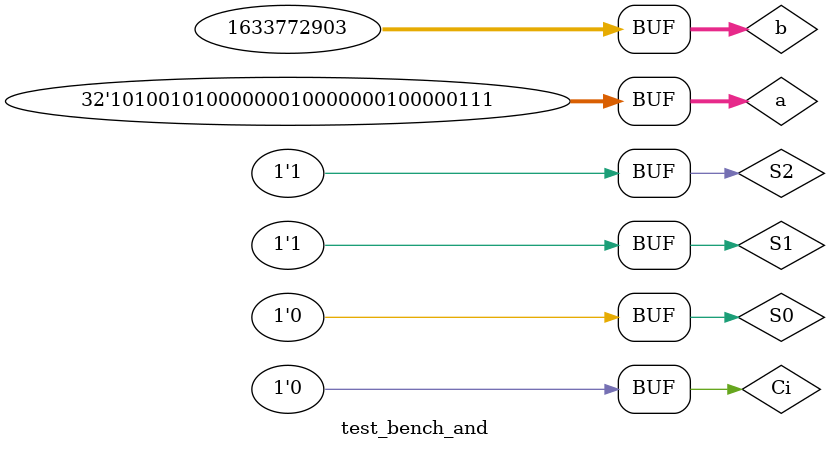
<source format=v>
`define DELAY 20
module test_bench_and();
reg [31:0]a,b; 
reg S0,S1,S2,Ci;
wire [31:0]F;
wire Co;
alu_32_bit ahmet (a, b,S0,S1,S2,Ci,F,Co);

initial begin
a = 32'b00000001000000010000000100000001; b = 32'b01100001011000010110000101100001; Ci=1'b0;  S0 = 1'b0; S1 = 1'b1; S2 = 1'b1;
#`DELAY;

a = 32'b00000001000000010000000100001111; b = 32'b01100001001000010110000001100001; Ci=1'b0;  S0 = 1'b0; S1 = 1'b1; S2 = 1'b1;
#`DELAY;

a = 32'b00100101000000010000000100000111; b = 32'b01100001011000010110000101100111; Ci=1'b0;  S0 = 1'b0; S1 = 1'b1; S2 = 1'b1;
#`DELAY;

a = 32'b10100101000000010000000100000111; b = 32'b01100001011000010110010101100111; Ci=1'b0;  S0 = 1'b0; S1 = 1'b1; S2 = 1'b1;
#`DELAY;
end

 
 
initial
begin
$monitor("time = %2d,a =%32b, b=%32b, A and B=%32b",$time, a, b,F);
end
 
endmodule
</source>
